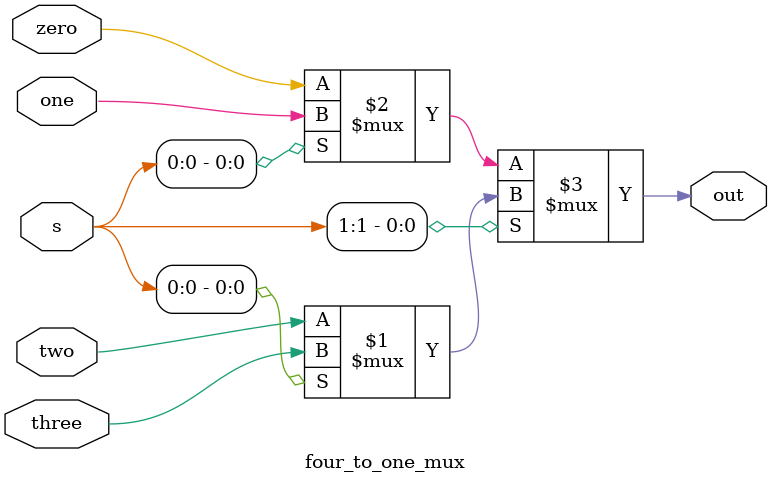
<source format=v>
`timescale 1ns / 1ps


module four_to_one_mux(
    input [1:0] s,
    input zero,
    input one,
    input two,
    input three,
    output out
    );
    // source: https://technobyte.org/verilog-multiplexer-4x1/
    // also could have used vivado IP
    // says a lot that the "authoritative source" on the internet
    // on how to make a "structural verilog module" doesn't work.

//    wire sobar, s1bar, T1, T2, T3, T4;
//    assign s0 = s[0];
//    assign s1 = s[1];
//    not (s0bar, s0), (s1bar, s1);
//    and (T1, zero, s0bar, s1bar), (T2, one, s0bar, s1),(T3, two, s0, s1bar), (T4, three, s0, s1);
//    or(out, T1, T2, T3, T4);

    assign out = s[1]? (s[0] ? three : two) : (s[0] ? one : zero);

endmodule

</source>
